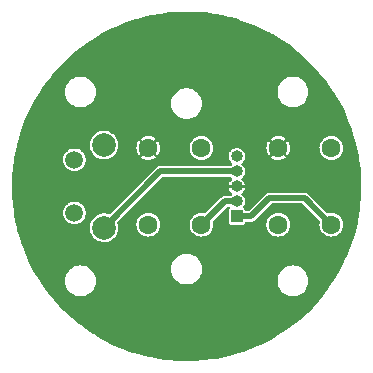
<source format=gbr>
%TF.GenerationSoftware,KiCad,Pcbnew,6.0.11-2627ca5db0~126~ubuntu22.04.1*%
%TF.CreationDate,2024-02-04T10:42:42-08:00*%
%TF.ProjectId,stick-switch,73746963-6b2d-4737-9769-7463682e6b69,rev?*%
%TF.SameCoordinates,Original*%
%TF.FileFunction,Copper,L1,Top*%
%TF.FilePolarity,Positive*%
%FSLAX46Y46*%
G04 Gerber Fmt 4.6, Leading zero omitted, Abs format (unit mm)*
G04 Created by KiCad (PCBNEW 6.0.11-2627ca5db0~126~ubuntu22.04.1) date 2024-02-04 10:42:42*
%MOMM*%
%LPD*%
G01*
G04 APERTURE LIST*
%TA.AperFunction,ComponentPad*%
%ADD10C,1.600000*%
%TD*%
%TA.AperFunction,ComponentPad*%
%ADD11R,1.000000X1.000000*%
%TD*%
%TA.AperFunction,ComponentPad*%
%ADD12O,1.000000X1.000000*%
%TD*%
%TA.AperFunction,ComponentPad*%
%ADD13C,1.507998*%
%TD*%
%TA.AperFunction,ComponentPad*%
%ADD14C,2.008124*%
%TD*%
%TA.AperFunction,Conductor*%
%ADD15C,0.500000*%
%TD*%
G04 APERTURE END LIST*
D10*
%TO.P,SW_DN1,1,1*%
%TO.N,unconnected-(SW_DN1-Pad1)*%
X-3250000Y-3250000D03*
%TO.P,SW_DN1,2,2*%
%TO.N,/TRIM_COM*%
X-3250000Y3250000D03*
%TO.P,SW_DN1,3,3*%
%TO.N,/DN*%
X1250000Y-3250000D03*
%TO.P,SW_DN1,4,4*%
%TO.N,unconnected-(SW_DN1-Pad4)*%
X1250000Y3250000D03*
%TD*%
D11*
%TO.P,J1,1,Pin_1*%
%TO.N,/UP*%
X4250000Y-2540000D03*
D12*
%TO.P,J1,2,Pin_2*%
%TO.N,/DN*%
X4250000Y-1270000D03*
%TO.P,J1,3,Pin_3*%
%TO.N,/TRIM_COM*%
X4250000Y0D03*
%TO.P,J1,4,Pin_4*%
%TO.N,/PTT*%
X4250000Y1270000D03*
%TO.P,J1,5,Pin_5*%
%TO.N,/PTT_COM*%
X4250000Y2540000D03*
%TD*%
D13*
%TO.P,SW_PTT1,1,1*%
%TO.N,/PTT_COM*%
X-9500000Y2250000D03*
%TO.P,SW_PTT1,2,2*%
%TO.N,unconnected-(SW_PTT1-Pad2)*%
X-9500000Y-2250001D03*
D14*
%TO.P,SW_PTT1,3,3*%
%TO.N,unconnected-(SW_PTT1-Pad3)*%
X-7000000Y3499999D03*
%TO.P,SW_PTT1,4,4*%
%TO.N,/PTT*%
X-7000000Y-3500000D03*
%TD*%
D10*
%TO.P,SW_UP1,1,1*%
%TO.N,unconnected-(SW_UP1-Pad1)*%
X7750000Y-3250000D03*
%TO.P,SW_UP1,2,2*%
%TO.N,/TRIM_COM*%
X7750000Y3250000D03*
%TO.P,SW_UP1,3,3*%
%TO.N,/UP*%
X12250000Y-3250000D03*
%TO.P,SW_UP1,4,4*%
%TO.N,unconnected-(SW_UP1-Pad4)*%
X12250000Y3250000D03*
%TD*%
D15*
%TO.N,/UP*%
X10000000Y-1000000D02*
X12250000Y-3250000D01*
X4250000Y-2540000D02*
X5460000Y-2540000D01*
X5460000Y-2540000D02*
X7000000Y-1000000D01*
X7000000Y-1000000D02*
X10000000Y-1000000D01*
%TO.N,/DN*%
X4250000Y-1270000D02*
X3230000Y-1270000D01*
X3230000Y-1270000D02*
X1250000Y-3250000D01*
%TO.N,/PTT*%
X4250000Y1270000D02*
X-2230000Y1270000D01*
X-2230000Y1270000D02*
X-7000000Y-3500000D01*
%TD*%
%TA.AperFunction,Conductor*%
%TO.N,/TRIM_COM*%
G36*
X28340Y14799409D02*
G01*
X348397Y14790749D01*
X772041Y14779286D01*
X777036Y14779024D01*
X1518799Y14721297D01*
X1523742Y14720786D01*
X2028493Y14655679D01*
X2261639Y14625605D01*
X2266590Y14624838D01*
X2582263Y14567755D01*
X2998694Y14492452D01*
X3003575Y14491442D01*
X3547076Y14364465D01*
X3728064Y14322181D01*
X3732912Y14320918D01*
X4399404Y14129175D01*
X4447890Y14115226D01*
X4452669Y14113719D01*
X5156314Y13872121D01*
X5161010Y13870375D01*
X5851559Y13593476D01*
X5856160Y13591494D01*
X6531799Y13280020D01*
X6536267Y13277822D01*
X7147499Y12957598D01*
X7195304Y12932553D01*
X7199680Y12930117D01*
X7305588Y12867608D01*
X7840381Y12551962D01*
X7844630Y12549307D01*
X8465376Y12139223D01*
X8469485Y12136357D01*
X8634752Y12014734D01*
X9068717Y11695371D01*
X9072644Y11692326D01*
X9431260Y11399324D01*
X9648792Y11221592D01*
X9652590Y11218325D01*
X10204157Y10719071D01*
X10207786Y10715616D01*
X10733412Y10189073D01*
X10736860Y10185438D01*
X11235161Y9632989D01*
X11238420Y9629187D01*
X11678123Y9089097D01*
X11708128Y9052241D01*
X11711191Y9048279D01*
X12149563Y8450415D01*
X12151126Y8448283D01*
X12153979Y8444177D01*
X12562984Y7822707D01*
X12565608Y7818493D01*
X12800946Y7418170D01*
X12942664Y7177100D01*
X12945093Y7172718D01*
X13289204Y6513094D01*
X13291408Y6508594D01*
X13585554Y5867602D01*
X13601696Y5832425D01*
X13603667Y5827827D01*
X13861919Y5180514D01*
X13879360Y5136798D01*
X13881096Y5132105D01*
X14111696Y4456657D01*
X14121466Y4428039D01*
X14122963Y4423266D01*
X14192998Y4178216D01*
X14327415Y3707898D01*
X14328669Y3703047D01*
X14435972Y3240112D01*
X14484937Y3028865D01*
X14496656Y2978304D01*
X14497663Y2973401D01*
X14572871Y2553310D01*
X14628776Y2241037D01*
X14629533Y2236085D01*
X14723419Y1498082D01*
X14723926Y1493097D01*
X14728093Y1438320D01*
X14778985Y769293D01*
X14780358Y751239D01*
X14780610Y746248D01*
X14796969Y100000D01*
X14799464Y1422D01*
X14799495Y-1429D01*
X14799144Y-101894D01*
X14799093Y-104744D01*
X14775041Y-849406D01*
X14774753Y-854408D01*
X14763234Y-993036D01*
X14715202Y-1571086D01*
X14713145Y-1595837D01*
X14712606Y-1600804D01*
X14650430Y-2063708D01*
X14613563Y-2338188D01*
X14612770Y-2343135D01*
X14476556Y-3074511D01*
X14475515Y-3079412D01*
X14317192Y-3741423D01*
X14304475Y-3794601D01*
X14302463Y-3803012D01*
X14301175Y-3807851D01*
X14140541Y-4355403D01*
X14091747Y-4521725D01*
X14090217Y-4526491D01*
X13846102Y-5225532D01*
X13844931Y-5228884D01*
X13843160Y-5233571D01*
X13562653Y-5922649D01*
X13560651Y-5927232D01*
X13525236Y-6003007D01*
X13245639Y-6601241D01*
X13243403Y-6605724D01*
X12894708Y-7262908D01*
X12892249Y-7267273D01*
X12510737Y-7905998D01*
X12508059Y-7910234D01*
X12094728Y-8528826D01*
X12091840Y-8532920D01*
X12002696Y-8652734D01*
X11738865Y-9007337D01*
X11647740Y-9129813D01*
X11644654Y-9133748D01*
X11507106Y-9300311D01*
X11170926Y-9707406D01*
X11167639Y-9711188D01*
X10665487Y-10260151D01*
X10662013Y-10263761D01*
X10237233Y-10683384D01*
X10132734Y-10786614D01*
X10129081Y-10790044D01*
X9574029Y-11285446D01*
X9570208Y-11288686D01*
X8990811Y-11755367D01*
X8986831Y-11758410D01*
X8384560Y-12195183D01*
X8380431Y-12198021D01*
X7756834Y-12603763D01*
X7752566Y-12606389D01*
X7109240Y-12980063D01*
X7104846Y-12982469D01*
X6443420Y-13323126D01*
X6438909Y-13325306D01*
X5761125Y-13632049D01*
X5756514Y-13633997D01*
X5064053Y-13906067D01*
X5059372Y-13907771D01*
X4763303Y-14007122D01*
X4354021Y-14144463D01*
X4349232Y-14145936D01*
X3632840Y-14346630D01*
X3627982Y-14347859D01*
X2902348Y-14512054D01*
X2897448Y-14513034D01*
X2482613Y-14585061D01*
X2164426Y-14640307D01*
X2159469Y-14641039D01*
X1420953Y-14731063D01*
X1415966Y-14731543D01*
X673844Y-14784088D01*
X668839Y-14784315D01*
X287481Y-14791971D01*
X-74995Y-14799247D01*
X-79975Y-14799221D01*
X-467306Y-14787387D01*
X-823631Y-14776500D01*
X-828634Y-14776220D01*
X-1380098Y-14731366D01*
X-1570156Y-14715907D01*
X-1575125Y-14715377D01*
X-1780837Y-14688112D01*
X-2312674Y-14617622D01*
X-2317622Y-14616838D01*
X-3049250Y-14481899D01*
X-3054153Y-14480866D01*
X-3614628Y-14347859D01*
X-3778039Y-14309080D01*
X-3782872Y-14307803D01*
X-4497147Y-14099611D01*
X-4501880Y-14098101D01*
X-5054891Y-13906062D01*
X-5204715Y-13854034D01*
X-5209405Y-13852271D01*
X-5610445Y-13689834D01*
X-5898982Y-13572965D01*
X-5903543Y-13570981D01*
X-6457236Y-13313377D01*
X-6578108Y-13257142D01*
X-6582596Y-13254914D01*
X-6766433Y-13157783D01*
X-7240412Y-12907353D01*
X-7244773Y-12904906D01*
X-7884147Y-12524518D01*
X-7888387Y-12521848D01*
X-8507706Y-12109594D01*
X-8511805Y-12106713D01*
X-8983636Y-11756939D01*
X-9109470Y-11663656D01*
X-9113411Y-11660578D01*
X-9687921Y-11187830D01*
X-9691684Y-11184569D01*
X-10241523Y-10683376D01*
X-10245131Y-10679917D01*
X-10380313Y-10543550D01*
X-10768916Y-10151542D01*
X-10772343Y-10147905D01*
X-11268712Y-9593718D01*
X-11271959Y-9589903D01*
X-11739659Y-9011312D01*
X-11742709Y-9007337D01*
X-12180538Y-8405822D01*
X-12183383Y-8401697D01*
X-12445745Y-8000000D01*
X-10305468Y-8000000D01*
X-10285635Y-8226692D01*
X-10226739Y-8446496D01*
X-10130568Y-8652734D01*
X-10000047Y-8839139D01*
X-9839139Y-9000047D01*
X-9835601Y-9002524D01*
X-9835599Y-9002526D01*
X-9823051Y-9011312D01*
X-9652734Y-9130568D01*
X-9446496Y-9226739D01*
X-9357437Y-9250602D01*
X-9230869Y-9284516D01*
X-9230867Y-9284516D01*
X-9226692Y-9285635D01*
X-9182205Y-9289527D01*
X-9058950Y-9300311D01*
X-9058939Y-9300311D01*
X-9056784Y-9300500D01*
X-8943216Y-9300500D01*
X-8941061Y-9300311D01*
X-8941050Y-9300311D01*
X-8817795Y-9289527D01*
X-8773308Y-9285635D01*
X-8769133Y-9284516D01*
X-8769131Y-9284516D01*
X-8642563Y-9250602D01*
X-8553504Y-9226739D01*
X-8347266Y-9130568D01*
X-8176949Y-9011312D01*
X-8164401Y-9002526D01*
X-8164399Y-9002524D01*
X-8160861Y-9000047D01*
X-7999953Y-8839139D01*
X-7869432Y-8652734D01*
X-7773261Y-8446496D01*
X-7714365Y-8226692D01*
X-7694532Y-8000000D01*
X-7714365Y-7773308D01*
X-7773261Y-7553504D01*
X-7869432Y-7347266D01*
X-7925443Y-7267273D01*
X-7997474Y-7164401D01*
X-7997476Y-7164399D01*
X-7999953Y-7160861D01*
X-8160814Y-7000000D01*
X-1305468Y-7000000D01*
X-1285635Y-7226692D01*
X-1284516Y-7230867D01*
X-1284516Y-7230869D01*
X-1259207Y-7325325D01*
X-1226739Y-7446496D01*
X-1130568Y-7652734D01*
X-1128087Y-7656277D01*
X-1128086Y-7656279D01*
X-1043123Y-7777619D01*
X-1000047Y-7839139D01*
X-839139Y-8000047D01*
X-835601Y-8002524D01*
X-835599Y-8002526D01*
X-660519Y-8125117D01*
X-652734Y-8130568D01*
X-446496Y-8226739D01*
X-357437Y-8250602D01*
X-230869Y-8284516D01*
X-230867Y-8284516D01*
X-226692Y-8285635D01*
X-182205Y-8289527D01*
X-58950Y-8300311D01*
X-58939Y-8300311D01*
X-56784Y-8300500D01*
X56784Y-8300500D01*
X58939Y-8300311D01*
X58950Y-8300311D01*
X182205Y-8289527D01*
X226692Y-8285635D01*
X230867Y-8284516D01*
X230869Y-8284516D01*
X357437Y-8250602D01*
X446496Y-8226739D01*
X652734Y-8130568D01*
X660519Y-8125117D01*
X835599Y-8002526D01*
X835601Y-8002524D01*
X839139Y-8000047D01*
X839186Y-8000000D01*
X7694532Y-8000000D01*
X7714365Y-8226692D01*
X7773261Y-8446496D01*
X7869432Y-8652734D01*
X7999953Y-8839139D01*
X8160861Y-9000047D01*
X8164399Y-9002524D01*
X8164401Y-9002526D01*
X8176949Y-9011312D01*
X8347266Y-9130568D01*
X8553504Y-9226739D01*
X8642563Y-9250602D01*
X8769131Y-9284516D01*
X8769133Y-9284516D01*
X8773308Y-9285635D01*
X8817795Y-9289527D01*
X8941050Y-9300311D01*
X8941061Y-9300311D01*
X8943216Y-9300500D01*
X9056784Y-9300500D01*
X9058939Y-9300311D01*
X9058950Y-9300311D01*
X9182205Y-9289527D01*
X9226692Y-9285635D01*
X9230867Y-9284516D01*
X9230869Y-9284516D01*
X9357437Y-9250602D01*
X9446496Y-9226739D01*
X9652734Y-9130568D01*
X9823051Y-9011312D01*
X9835599Y-9002526D01*
X9835601Y-9002524D01*
X9839139Y-9000047D01*
X10000047Y-8839139D01*
X10130568Y-8652734D01*
X10226739Y-8446496D01*
X10285635Y-8226692D01*
X10305468Y-8000000D01*
X10285635Y-7773308D01*
X10226739Y-7553504D01*
X10130568Y-7347266D01*
X10074557Y-7267273D01*
X10002526Y-7164401D01*
X10002524Y-7164399D01*
X10000047Y-7160861D01*
X9839139Y-6999953D01*
X9833053Y-6995691D01*
X9656279Y-6871914D01*
X9656277Y-6871913D01*
X9652734Y-6869432D01*
X9446496Y-6773261D01*
X9357437Y-6749398D01*
X9230869Y-6715484D01*
X9230867Y-6715484D01*
X9226692Y-6714365D01*
X9182205Y-6710473D01*
X9058950Y-6699689D01*
X9058939Y-6699689D01*
X9056784Y-6699500D01*
X8943216Y-6699500D01*
X8941061Y-6699689D01*
X8941050Y-6699689D01*
X8817795Y-6710473D01*
X8773308Y-6714365D01*
X8769133Y-6715484D01*
X8769131Y-6715484D01*
X8642563Y-6749398D01*
X8553504Y-6773261D01*
X8347266Y-6869432D01*
X8343723Y-6871913D01*
X8343721Y-6871914D01*
X8166948Y-6995691D01*
X8160861Y-6999953D01*
X7999953Y-7160861D01*
X7997476Y-7164399D01*
X7997474Y-7164401D01*
X7925443Y-7267273D01*
X7869432Y-7347266D01*
X7773261Y-7553504D01*
X7714365Y-7773308D01*
X7694532Y-8000000D01*
X839186Y-8000000D01*
X1000047Y-7839139D01*
X1043124Y-7777619D01*
X1128086Y-7656279D01*
X1128087Y-7656277D01*
X1130568Y-7652734D01*
X1226739Y-7446496D01*
X1259207Y-7325325D01*
X1284516Y-7230869D01*
X1284516Y-7230867D01*
X1285635Y-7226692D01*
X1305468Y-7000000D01*
X1285635Y-6773308D01*
X1226739Y-6553504D01*
X1130568Y-6347266D01*
X1000047Y-6160861D01*
X839139Y-5999953D01*
X732046Y-5924966D01*
X656279Y-5871914D01*
X656277Y-5871913D01*
X652734Y-5869432D01*
X446496Y-5773261D01*
X357437Y-5749398D01*
X230869Y-5715484D01*
X230867Y-5715484D01*
X226692Y-5714365D01*
X182205Y-5710473D01*
X58950Y-5699689D01*
X58939Y-5699689D01*
X56784Y-5699500D01*
X-56784Y-5699500D01*
X-58939Y-5699689D01*
X-58950Y-5699689D01*
X-182205Y-5710473D01*
X-226692Y-5714365D01*
X-230867Y-5715484D01*
X-230869Y-5715484D01*
X-357437Y-5749398D01*
X-446496Y-5773261D01*
X-652734Y-5869432D01*
X-656277Y-5871913D01*
X-656279Y-5871914D01*
X-732045Y-5924966D01*
X-839139Y-5999953D01*
X-1000047Y-6160861D01*
X-1130568Y-6347266D01*
X-1226739Y-6553504D01*
X-1285635Y-6773308D01*
X-1305468Y-7000000D01*
X-8160814Y-7000000D01*
X-8160861Y-6999953D01*
X-8166947Y-6995691D01*
X-8343721Y-6871914D01*
X-8343723Y-6871913D01*
X-8347266Y-6869432D01*
X-8553504Y-6773261D01*
X-8642563Y-6749398D01*
X-8769131Y-6715484D01*
X-8769133Y-6715484D01*
X-8773308Y-6714365D01*
X-8817795Y-6710473D01*
X-8941050Y-6699689D01*
X-8941061Y-6699689D01*
X-8943216Y-6699500D01*
X-9056784Y-6699500D01*
X-9058939Y-6699689D01*
X-9058950Y-6699689D01*
X-9182205Y-6710473D01*
X-9226692Y-6714365D01*
X-9230867Y-6715484D01*
X-9230869Y-6715484D01*
X-9357437Y-6749398D01*
X-9446496Y-6773261D01*
X-9652734Y-6869432D01*
X-9656277Y-6871913D01*
X-9656279Y-6871914D01*
X-9833052Y-6995691D01*
X-9839139Y-6999953D01*
X-10000047Y-7160861D01*
X-10002524Y-7164399D01*
X-10002526Y-7164401D01*
X-10074557Y-7267273D01*
X-10130568Y-7347266D01*
X-10226739Y-7553504D01*
X-10285635Y-7773308D01*
X-10305468Y-8000000D01*
X-12445745Y-8000000D01*
X-12590202Y-7778826D01*
X-12592835Y-7774564D01*
X-12967647Y-7131863D01*
X-12970060Y-7127472D01*
X-13311849Y-6466682D01*
X-13314038Y-6462175D01*
X-13621972Y-5784912D01*
X-13623930Y-5780300D01*
X-13897210Y-5088309D01*
X-13898931Y-5083604D01*
X-14028552Y-4699551D01*
X-14136841Y-4378704D01*
X-14138320Y-4373928D01*
X-14143544Y-4355403D01*
X-14269742Y-3907940D01*
X-14340265Y-3657883D01*
X-14341503Y-3653028D01*
X-14383634Y-3468333D01*
X-8209307Y-3468333D01*
X-8209010Y-3472861D01*
X-8196540Y-3663115D01*
X-8194828Y-3689242D01*
X-8193712Y-3693635D01*
X-8193712Y-3693637D01*
X-8158273Y-3833177D01*
X-8140334Y-3903814D01*
X-8047650Y-4104861D01*
X-7919880Y-4285652D01*
X-7761303Y-4440131D01*
X-7757528Y-4442653D01*
X-7757526Y-4442655D01*
X-7672923Y-4499184D01*
X-7577229Y-4563124D01*
X-7573062Y-4564914D01*
X-7573057Y-4564917D01*
X-7479444Y-4605136D01*
X-7373825Y-4650514D01*
X-7295768Y-4668177D01*
X-7162326Y-4698372D01*
X-7162321Y-4698373D01*
X-7157900Y-4699373D01*
X-7047294Y-4703719D01*
X-6941221Y-4707886D01*
X-6941220Y-4707886D01*
X-6936688Y-4708064D01*
X-6717596Y-4676297D01*
X-6713297Y-4674838D01*
X-6713294Y-4674837D01*
X-6512263Y-4606596D01*
X-6507962Y-4605136D01*
X-6314806Y-4496964D01*
X-6144597Y-4355403D01*
X-6003036Y-4185194D01*
X-5894864Y-3992038D01*
X-5878751Y-3944572D01*
X-5825163Y-3786706D01*
X-5825162Y-3786703D01*
X-5823703Y-3782404D01*
X-5805297Y-3655462D01*
X-5792356Y-3566212D01*
X-5792355Y-3566204D01*
X-5791936Y-3563312D01*
X-5790278Y-3500000D01*
X-5792361Y-3477323D01*
X-5810120Y-3284066D01*
X-5810535Y-3279546D01*
X-5818086Y-3252770D01*
X-5822826Y-3235963D01*
X-4255243Y-3235963D01*
X-4238825Y-3431483D01*
X-4237492Y-3436131D01*
X-4237492Y-3436132D01*
X-4201023Y-3563312D01*
X-4184742Y-3620091D01*
X-4182527Y-3624401D01*
X-4097269Y-3790296D01*
X-4097266Y-3790300D01*
X-4095056Y-3794601D01*
X-3973182Y-3948369D01*
X-3969495Y-3951507D01*
X-3969493Y-3951509D01*
X-3827450Y-4072397D01*
X-3827445Y-4072400D01*
X-3823762Y-4075535D01*
X-3819540Y-4077895D01*
X-3819535Y-4077898D01*
X-3764662Y-4108565D01*
X-3652487Y-4171257D01*
X-3598840Y-4188688D01*
X-3470487Y-4230393D01*
X-3470484Y-4230394D01*
X-3465882Y-4231889D01*
X-3271054Y-4255121D01*
X-3266232Y-4254750D01*
X-3266229Y-4254750D01*
X-3080252Y-4240440D01*
X-3080247Y-4240439D01*
X-3075424Y-4240068D01*
X-2886444Y-4187303D01*
X-2882131Y-4185124D01*
X-2882125Y-4185122D01*
X-2715632Y-4101020D01*
X-2715630Y-4101018D01*
X-2711311Y-4098837D01*
X-2684510Y-4077898D01*
X-2560513Y-3981022D01*
X-2560509Y-3981018D01*
X-2556697Y-3978040D01*
X-2531085Y-3948369D01*
X-2431655Y-3833177D01*
X-2431653Y-3833175D01*
X-2428491Y-3829511D01*
X-2413437Y-3803012D01*
X-2333964Y-3663115D01*
X-2333963Y-3663112D01*
X-2331575Y-3658909D01*
X-2329618Y-3653028D01*
X-2271169Y-3477323D01*
X-2271169Y-3477321D01*
X-2269642Y-3472732D01*
X-2245051Y-3278071D01*
X-2245010Y-3275177D01*
X-2244698Y-3252770D01*
X-2244659Y-3250000D01*
X-2245562Y-3240783D01*
X-2246035Y-3235963D01*
X244757Y-3235963D01*
X261175Y-3431483D01*
X262508Y-3436131D01*
X262508Y-3436132D01*
X298977Y-3563312D01*
X315258Y-3620091D01*
X317473Y-3624401D01*
X402731Y-3790296D01*
X402734Y-3790300D01*
X404944Y-3794601D01*
X526818Y-3948369D01*
X530505Y-3951507D01*
X530507Y-3951509D01*
X672550Y-4072397D01*
X672555Y-4072400D01*
X676238Y-4075535D01*
X680460Y-4077895D01*
X680465Y-4077898D01*
X735338Y-4108565D01*
X847513Y-4171257D01*
X901160Y-4188688D01*
X1029513Y-4230393D01*
X1029516Y-4230394D01*
X1034118Y-4231889D01*
X1228946Y-4255121D01*
X1233768Y-4254750D01*
X1233771Y-4254750D01*
X1419748Y-4240440D01*
X1419753Y-4240439D01*
X1424576Y-4240068D01*
X1613556Y-4187303D01*
X1617869Y-4185124D01*
X1617875Y-4185122D01*
X1784368Y-4101020D01*
X1784370Y-4101018D01*
X1788689Y-4098837D01*
X1815490Y-4077898D01*
X1939487Y-3981022D01*
X1939491Y-3981018D01*
X1943303Y-3978040D01*
X1968915Y-3948369D01*
X2068345Y-3833177D01*
X2068347Y-3833175D01*
X2071509Y-3829511D01*
X2086563Y-3803012D01*
X2166036Y-3663115D01*
X2166037Y-3663112D01*
X2168425Y-3658909D01*
X2170382Y-3653028D01*
X2228831Y-3477323D01*
X2228831Y-3477321D01*
X2230358Y-3472732D01*
X2254949Y-3278071D01*
X2254990Y-3275177D01*
X2255302Y-3252770D01*
X2255341Y-3250000D01*
X2254438Y-3240783D01*
X2238614Y-3079412D01*
X2236194Y-3054728D01*
X2234796Y-3050098D01*
X2234795Y-3050091D01*
X2217649Y-2993303D01*
X2218930Y-2932131D01*
X2242419Y-2894684D01*
X3387607Y-1749496D01*
X3442124Y-1721719D01*
X3457611Y-1720500D01*
X3544079Y-1720500D01*
X3602270Y-1739407D01*
X3638234Y-1788907D01*
X3638234Y-1850093D01*
X3614083Y-1889504D01*
X3613558Y-1890029D01*
X3605448Y-1895448D01*
X3561133Y-1961769D01*
X3549500Y-2020252D01*
X3549500Y-3059748D01*
X3561133Y-3118231D01*
X3605448Y-3184552D01*
X3671769Y-3228867D01*
X3681332Y-3230769D01*
X3681334Y-3230770D01*
X3704005Y-3235279D01*
X3730252Y-3240500D01*
X4769748Y-3240500D01*
X4792556Y-3235963D01*
X6744757Y-3235963D01*
X6761175Y-3431483D01*
X6762508Y-3436131D01*
X6762508Y-3436132D01*
X6798977Y-3563312D01*
X6815258Y-3620091D01*
X6817473Y-3624401D01*
X6902731Y-3790296D01*
X6902734Y-3790300D01*
X6904944Y-3794601D01*
X7026818Y-3948369D01*
X7030505Y-3951507D01*
X7030507Y-3951509D01*
X7172550Y-4072397D01*
X7172555Y-4072400D01*
X7176238Y-4075535D01*
X7180460Y-4077895D01*
X7180465Y-4077898D01*
X7235338Y-4108565D01*
X7347513Y-4171257D01*
X7401160Y-4188688D01*
X7529513Y-4230393D01*
X7529516Y-4230394D01*
X7534118Y-4231889D01*
X7728946Y-4255121D01*
X7733768Y-4254750D01*
X7733771Y-4254750D01*
X7919748Y-4240440D01*
X7919753Y-4240439D01*
X7924576Y-4240068D01*
X8113556Y-4187303D01*
X8117869Y-4185124D01*
X8117875Y-4185122D01*
X8284368Y-4101020D01*
X8284370Y-4101018D01*
X8288689Y-4098837D01*
X8315490Y-4077898D01*
X8439487Y-3981022D01*
X8439491Y-3981018D01*
X8443303Y-3978040D01*
X8468915Y-3948369D01*
X8568345Y-3833177D01*
X8568347Y-3833175D01*
X8571509Y-3829511D01*
X8586563Y-3803012D01*
X8666036Y-3663115D01*
X8666037Y-3663112D01*
X8668425Y-3658909D01*
X8670382Y-3653028D01*
X8728831Y-3477323D01*
X8728831Y-3477321D01*
X8730358Y-3472732D01*
X8754949Y-3278071D01*
X8754990Y-3275177D01*
X8755302Y-3252770D01*
X8755341Y-3250000D01*
X8754438Y-3240783D01*
X8738614Y-3079412D01*
X8736194Y-3054728D01*
X8679484Y-2866894D01*
X8587370Y-2693653D01*
X8565863Y-2667282D01*
X8466422Y-2545355D01*
X8466421Y-2545354D01*
X8463361Y-2541602D01*
X8312180Y-2416535D01*
X8206869Y-2359594D01*
X8143839Y-2325513D01*
X8143838Y-2325513D01*
X8139585Y-2323213D01*
X7952152Y-2265193D01*
X7947342Y-2264687D01*
X7947340Y-2264687D01*
X7761835Y-2245189D01*
X7761833Y-2245189D01*
X7757019Y-2244683D01*
X7692891Y-2250519D01*
X7566438Y-2262027D01*
X7566435Y-2262028D01*
X7561618Y-2262466D01*
X7556976Y-2263832D01*
X7556972Y-2263833D01*
X7378040Y-2316496D01*
X7378037Y-2316497D01*
X7373393Y-2317864D01*
X7199512Y-2408767D01*
X7195743Y-2411797D01*
X7195742Y-2411798D01*
X7175853Y-2427789D01*
X7046600Y-2531711D01*
X7020186Y-2563190D01*
X6923589Y-2678310D01*
X6923586Y-2678314D01*
X6920480Y-2682016D01*
X6825956Y-2853954D01*
X6824492Y-2858568D01*
X6824491Y-2858571D01*
X6774754Y-3015362D01*
X6766628Y-3040978D01*
X6766088Y-3045790D01*
X6766088Y-3045791D01*
X6746161Y-3223448D01*
X6744757Y-3235963D01*
X4792556Y-3235963D01*
X4795995Y-3235279D01*
X4818666Y-3230770D01*
X4818668Y-3230769D01*
X4828231Y-3228867D01*
X4894552Y-3184552D01*
X4938867Y-3118231D01*
X4947564Y-3074511D01*
X4948424Y-3070186D01*
X4978321Y-3016802D01*
X5033886Y-2991186D01*
X5045522Y-2990500D01*
X5427373Y-2990500D01*
X5439009Y-2991186D01*
X5474310Y-2995364D01*
X5481586Y-2994035D01*
X5481589Y-2994035D01*
X5512288Y-2988428D01*
X5532430Y-2984749D01*
X5535476Y-2984242D01*
X5593962Y-2975449D01*
X5600475Y-2972321D01*
X5607573Y-2971025D01*
X5659982Y-2943801D01*
X5662762Y-2942412D01*
X5709408Y-2920013D01*
X5709411Y-2920011D01*
X5716079Y-2916809D01*
X5720521Y-2912703D01*
X5722781Y-2911180D01*
X5727788Y-2908579D01*
X5732828Y-2904275D01*
X5770460Y-2866643D01*
X5773263Y-2863949D01*
X5810124Y-2829876D01*
X5810126Y-2829873D01*
X5815556Y-2824854D01*
X5819078Y-2818790D01*
X5825638Y-2811465D01*
X7157607Y-1479496D01*
X7212124Y-1451719D01*
X7227611Y-1450500D01*
X9772389Y-1450500D01*
X9830580Y-1469407D01*
X9842393Y-1479496D01*
X11257118Y-2894222D01*
X11284895Y-2948739D01*
X11281480Y-2994157D01*
X11266628Y-3040978D01*
X11262589Y-3076989D01*
X11246161Y-3223448D01*
X11244757Y-3235963D01*
X11261175Y-3431483D01*
X11262508Y-3436131D01*
X11262508Y-3436132D01*
X11298977Y-3563312D01*
X11315258Y-3620091D01*
X11317473Y-3624401D01*
X11402731Y-3790296D01*
X11402734Y-3790300D01*
X11404944Y-3794601D01*
X11526818Y-3948369D01*
X11530505Y-3951507D01*
X11530507Y-3951509D01*
X11672550Y-4072397D01*
X11672555Y-4072400D01*
X11676238Y-4075535D01*
X11680460Y-4077895D01*
X11680465Y-4077898D01*
X11735338Y-4108565D01*
X11847513Y-4171257D01*
X11901160Y-4188688D01*
X12029513Y-4230393D01*
X12029516Y-4230394D01*
X12034118Y-4231889D01*
X12228946Y-4255121D01*
X12233768Y-4254750D01*
X12233771Y-4254750D01*
X12419748Y-4240440D01*
X12419753Y-4240439D01*
X12424576Y-4240068D01*
X12613556Y-4187303D01*
X12617869Y-4185124D01*
X12617875Y-4185122D01*
X12784368Y-4101020D01*
X12784370Y-4101018D01*
X12788689Y-4098837D01*
X12815490Y-4077898D01*
X12939487Y-3981022D01*
X12939491Y-3981018D01*
X12943303Y-3978040D01*
X12968915Y-3948369D01*
X13068345Y-3833177D01*
X13068347Y-3833175D01*
X13071509Y-3829511D01*
X13086563Y-3803012D01*
X13166036Y-3663115D01*
X13166037Y-3663112D01*
X13168425Y-3658909D01*
X13170382Y-3653028D01*
X13228831Y-3477323D01*
X13228831Y-3477321D01*
X13230358Y-3472732D01*
X13254949Y-3278071D01*
X13254990Y-3275177D01*
X13255302Y-3252770D01*
X13255341Y-3250000D01*
X13254438Y-3240783D01*
X13238614Y-3079412D01*
X13236194Y-3054728D01*
X13179484Y-2866894D01*
X13087370Y-2693653D01*
X13065863Y-2667282D01*
X12966422Y-2545355D01*
X12966421Y-2545354D01*
X12963361Y-2541602D01*
X12812180Y-2416535D01*
X12706869Y-2359594D01*
X12643839Y-2325513D01*
X12643838Y-2325513D01*
X12639585Y-2323213D01*
X12452152Y-2265193D01*
X12447342Y-2264687D01*
X12447340Y-2264687D01*
X12261835Y-2245189D01*
X12261833Y-2245189D01*
X12257019Y-2244683D01*
X12192891Y-2250519D01*
X12066438Y-2262027D01*
X12066435Y-2262028D01*
X12061618Y-2262466D01*
X12056974Y-2263833D01*
X12056973Y-2263833D01*
X12047487Y-2266625D01*
X11992809Y-2282718D01*
X11931648Y-2281010D01*
X11894853Y-2257750D01*
X11120905Y-1483801D01*
X10341618Y-704514D01*
X10333877Y-695802D01*
X10316453Y-673701D01*
X10311872Y-667890D01*
X10263251Y-634286D01*
X10260728Y-632483D01*
X10219139Y-601764D01*
X10219137Y-601763D01*
X10213184Y-597366D01*
X10206368Y-594973D01*
X10200431Y-590869D01*
X10193372Y-588636D01*
X10193371Y-588636D01*
X10173027Y-582202D01*
X10144071Y-573044D01*
X10141186Y-572082D01*
X10085369Y-552481D01*
X10079327Y-552244D01*
X10076653Y-551723D01*
X10071270Y-550020D01*
X10064663Y-549500D01*
X10011459Y-549500D01*
X10007572Y-549424D01*
X9957397Y-547452D01*
X9957394Y-547452D01*
X9950006Y-547162D01*
X9943228Y-548959D01*
X9933403Y-549500D01*
X7032627Y-549500D01*
X7020991Y-548814D01*
X7019454Y-548632D01*
X6985690Y-544636D01*
X6927567Y-555251D01*
X6924520Y-555758D01*
X6904968Y-558698D01*
X6873353Y-563451D01*
X6873352Y-563451D01*
X6866038Y-564551D01*
X6859528Y-567677D01*
X6852427Y-568974D01*
X6803714Y-594279D01*
X6799981Y-596218D01*
X6797203Y-597606D01*
X6743921Y-623191D01*
X6739480Y-627296D01*
X6737217Y-628821D01*
X6732212Y-631421D01*
X6727172Y-635725D01*
X6689540Y-673357D01*
X6686737Y-676051D01*
X6649876Y-710124D01*
X6649874Y-710127D01*
X6644444Y-715146D01*
X6640922Y-721210D01*
X6634362Y-728535D01*
X5302393Y-2060504D01*
X5247876Y-2088281D01*
X5232389Y-2089500D01*
X5045522Y-2089500D01*
X4987331Y-2070593D01*
X4951367Y-2021093D01*
X4948424Y-2009814D01*
X4940770Y-1971334D01*
X4940769Y-1971332D01*
X4938867Y-1961769D01*
X4894552Y-1895448D01*
X4828231Y-1851133D01*
X4829531Y-1849188D01*
X4793332Y-1818272D01*
X4779048Y-1758777D01*
X4797347Y-1708773D01*
X4864877Y-1614796D01*
X4864878Y-1614794D01*
X4868361Y-1609947D01*
X4874034Y-1595837D01*
X4929377Y-1458167D01*
X4929378Y-1458165D01*
X4931601Y-1452634D01*
X4932442Y-1446727D01*
X4955034Y-1287985D01*
X4955034Y-1287979D01*
X4955490Y-1284778D01*
X4955645Y-1270000D01*
X4935276Y-1101680D01*
X4875345Y-943077D01*
X4844428Y-898092D01*
X4782692Y-808267D01*
X4779312Y-803349D01*
X4672177Y-707894D01*
X4641307Y-655068D01*
X4647384Y-594185D01*
X4673739Y-558698D01*
X4764517Y-481165D01*
X4772533Y-472448D01*
X4864436Y-344553D01*
X4870147Y-334165D01*
X4928890Y-188037D01*
X4931955Y-176597D01*
X4940647Y-115524D01*
X4938353Y-102383D01*
X4937265Y-101328D01*
X4931534Y-100000D01*
X3572433Y-100000D01*
X3559748Y-104122D01*
X3558365Y-106024D01*
X3557909Y-110475D01*
X3562835Y-155086D01*
X3565542Y-166627D01*
X3619663Y-314521D01*
X3625044Y-325081D01*
X3712884Y-455801D01*
X3720627Y-464772D01*
X3827751Y-562247D01*
X3858066Y-615394D01*
X3851352Y-676210D01*
X3826203Y-710073D01*
X3728731Y-795103D01*
X3672451Y-819108D01*
X3663651Y-819500D01*
X3262627Y-819500D01*
X3250991Y-818814D01*
X3249454Y-818632D01*
X3215690Y-814636D01*
X3157567Y-825251D01*
X3154520Y-825758D01*
X3131128Y-829275D01*
X3103353Y-833451D01*
X3103352Y-833451D01*
X3096038Y-834551D01*
X3089528Y-837677D01*
X3082427Y-838974D01*
X3048811Y-856435D01*
X3030005Y-866204D01*
X3027227Y-867592D01*
X2980600Y-889983D01*
X2980596Y-889985D01*
X2973921Y-893191D01*
X2969483Y-897294D01*
X2967220Y-898819D01*
X2962212Y-901420D01*
X2957172Y-905725D01*
X2919540Y-943357D01*
X2916737Y-946051D01*
X2879876Y-980124D01*
X2879874Y-980127D01*
X2874444Y-985146D01*
X2870922Y-991210D01*
X2864362Y-998535D01*
X1605528Y-2257369D01*
X1551011Y-2285146D01*
X1506250Y-2281938D01*
X1456778Y-2266625D01*
X1452152Y-2265193D01*
X1447342Y-2264687D01*
X1447340Y-2264687D01*
X1261835Y-2245189D01*
X1261833Y-2245189D01*
X1257019Y-2244683D01*
X1192891Y-2250519D01*
X1066438Y-2262027D01*
X1066435Y-2262028D01*
X1061618Y-2262466D01*
X1056976Y-2263832D01*
X1056972Y-2263833D01*
X878040Y-2316496D01*
X878037Y-2316497D01*
X873393Y-2317864D01*
X699512Y-2408767D01*
X695743Y-2411797D01*
X695742Y-2411798D01*
X675853Y-2427789D01*
X546600Y-2531711D01*
X520186Y-2563190D01*
X423589Y-2678310D01*
X423586Y-2678314D01*
X420480Y-2682016D01*
X325956Y-2853954D01*
X324492Y-2858568D01*
X324491Y-2858571D01*
X274754Y-3015362D01*
X266628Y-3040978D01*
X266088Y-3045790D01*
X266088Y-3045791D01*
X246161Y-3223448D01*
X244757Y-3235963D01*
X-2246035Y-3235963D01*
X-2261386Y-3079412D01*
X-2263806Y-3054728D01*
X-2320516Y-2866894D01*
X-2412630Y-2693653D01*
X-2434137Y-2667282D01*
X-2533578Y-2545355D01*
X-2533579Y-2545354D01*
X-2536639Y-2541602D01*
X-2687820Y-2416535D01*
X-2793131Y-2359594D01*
X-2856161Y-2325513D01*
X-2856162Y-2325513D01*
X-2860415Y-2323213D01*
X-3047848Y-2265193D01*
X-3052658Y-2264687D01*
X-3052660Y-2264687D01*
X-3238165Y-2245189D01*
X-3238167Y-2245189D01*
X-3242981Y-2244683D01*
X-3307109Y-2250519D01*
X-3433562Y-2262027D01*
X-3433565Y-2262028D01*
X-3438382Y-2262466D01*
X-3443024Y-2263832D01*
X-3443028Y-2263833D01*
X-3621960Y-2316496D01*
X-3621963Y-2316497D01*
X-3626607Y-2317864D01*
X-3800488Y-2408767D01*
X-3804257Y-2411797D01*
X-3804258Y-2411798D01*
X-3824147Y-2427789D01*
X-3953400Y-2531711D01*
X-3979814Y-2563190D01*
X-4076411Y-2678310D01*
X-4076414Y-2678314D01*
X-4079520Y-2682016D01*
X-4174044Y-2853954D01*
X-4175508Y-2858568D01*
X-4175509Y-2858571D01*
X-4225246Y-3015362D01*
X-4233372Y-3040978D01*
X-4233912Y-3045790D01*
X-4233912Y-3045791D01*
X-4253839Y-3223448D01*
X-4255243Y-3235963D01*
X-5822826Y-3235963D01*
X-5830457Y-3208908D01*
X-5867800Y-3076498D01*
X-5865398Y-3015362D01*
X-5842521Y-2979624D01*
X-2072393Y790504D01*
X-2017876Y818281D01*
X-2002389Y819500D01*
X3665900Y819500D01*
X3724091Y800593D01*
X3732528Y793723D01*
X3827744Y707083D01*
X3858059Y653936D01*
X3851345Y593120D01*
X3826196Y559257D01*
X3730473Y475752D01*
X3722549Y466952D01*
X3631986Y338094D01*
X3626390Y327656D01*
X3569182Y180928D01*
X3566232Y169438D01*
X3559137Y115545D01*
X3561568Y102432D01*
X3562871Y101195D01*
X3568152Y100000D01*
X4927360Y100000D01*
X4940045Y104122D01*
X4941265Y105800D01*
X4941743Y110720D01*
X4935504Y162273D01*
X4932677Y173783D01*
X4877007Y321108D01*
X4871518Y331606D01*
X4782314Y461401D01*
X4774478Y470288D01*
X4672171Y561441D01*
X4641301Y614268D01*
X4647379Y675151D01*
X4673733Y710638D01*
X4764887Y788492D01*
X4769423Y792366D01*
X4772904Y797210D01*
X4864877Y925204D01*
X4864878Y925206D01*
X4868361Y930053D01*
X4931601Y1087366D01*
X4955490Y1255222D01*
X4955645Y1270000D01*
X4935276Y1438320D01*
X4875345Y1596923D01*
X4844428Y1641908D01*
X4782692Y1731733D01*
X4779312Y1736651D01*
X4672554Y1831770D01*
X4641684Y1884596D01*
X4647761Y1945479D01*
X4674117Y1980966D01*
X4764884Y2058488D01*
X4764890Y2058494D01*
X4769423Y2062366D01*
X4776498Y2072212D01*
X4864877Y2195204D01*
X4864878Y2195206D01*
X4868361Y2200053D01*
X4876568Y2220467D01*
X4929377Y2351833D01*
X4929378Y2351835D01*
X4931601Y2357366D01*
X4936938Y2394863D01*
X4948309Y2474759D01*
X7122010Y2474759D01*
X7122500Y2471660D01*
X7124436Y2469208D01*
X7172838Y2428015D01*
X7180752Y2422514D01*
X7343488Y2331565D01*
X7352316Y2327708D01*
X7529627Y2270096D01*
X7539027Y2268029D01*
X7724155Y2245954D01*
X7733781Y2245752D01*
X7919659Y2260055D01*
X7929153Y2261729D01*
X8108705Y2311861D01*
X8117702Y2315351D01*
X8284098Y2399403D01*
X8292233Y2404565D01*
X8370699Y2465870D01*
X8378158Y2476927D01*
X8378087Y2478955D01*
X8375391Y2483187D01*
X7761086Y3097493D01*
X7749203Y3103547D01*
X7744172Y3102751D01*
X7128064Y2486642D01*
X7122010Y2474759D01*
X4948309Y2474759D01*
X4955034Y2522015D01*
X4955034Y2522021D01*
X4955490Y2525222D01*
X4955645Y2540000D01*
X4943340Y2641686D01*
X4935993Y2702398D01*
X4935992Y2702401D01*
X4935276Y2708320D01*
X4875345Y2866923D01*
X4869383Y2875599D01*
X4782692Y3001733D01*
X4779312Y3006651D01*
X4652721Y3119440D01*
X4502881Y3198776D01*
X4399607Y3224717D01*
X4344231Y3238627D01*
X4344228Y3238627D01*
X4338441Y3240081D01*
X4252841Y3240529D01*
X4174861Y3240938D01*
X4174859Y3240938D01*
X4168895Y3240969D01*
X4163099Y3239577D01*
X4163095Y3239577D01*
X4071537Y3217595D01*
X4004032Y3201388D01*
X3928701Y3162507D01*
X3858675Y3126364D01*
X3858673Y3126362D01*
X3853369Y3123625D01*
X3725604Y3012169D01*
X3722173Y3007287D01*
X3722172Y3007286D01*
X3671554Y2935263D01*
X3628113Y2873453D01*
X3566524Y2715487D01*
X3544394Y2547389D01*
X3545049Y2541456D01*
X3545049Y2541452D01*
X3560778Y2398980D01*
X3562999Y2378865D01*
X3621266Y2219644D01*
X3624591Y2214695D01*
X3624592Y2214694D01*
X3637689Y2195204D01*
X3715830Y2078917D01*
X3827374Y1977420D01*
X3857687Y1924275D01*
X3850973Y1863459D01*
X3825824Y1829596D01*
X3728731Y1744897D01*
X3672451Y1720892D01*
X3663651Y1720500D01*
X-2197373Y1720500D01*
X-2209009Y1721186D01*
X-2210546Y1721368D01*
X-2244310Y1725364D01*
X-2302433Y1714749D01*
X-2305480Y1714242D01*
X-2328872Y1710725D01*
X-2356647Y1706549D01*
X-2356648Y1706549D01*
X-2363962Y1705449D01*
X-2370472Y1702323D01*
X-2377573Y1701026D01*
X-2392123Y1693468D01*
X-2429995Y1673796D01*
X-2432773Y1672408D01*
X-2479400Y1650017D01*
X-2479404Y1650015D01*
X-2486079Y1646809D01*
X-2490517Y1642706D01*
X-2492780Y1641181D01*
X-2497788Y1638580D01*
X-2502828Y1634275D01*
X-2540460Y1596643D01*
X-2543263Y1593949D01*
X-2580124Y1559876D01*
X-2580126Y1559873D01*
X-2585556Y1554854D01*
X-2589078Y1548790D01*
X-2595638Y1541465D01*
X-6482194Y-2345091D01*
X-6536711Y-2372868D01*
X-6588883Y-2367039D01*
X-6634318Y-2348913D01*
X-6656420Y-2340095D01*
X-6873550Y-2296905D01*
X-6984232Y-2295456D01*
X-7090375Y-2294066D01*
X-7090380Y-2294066D01*
X-7094914Y-2294007D01*
X-7099389Y-2294776D01*
X-7099390Y-2294776D01*
X-7116936Y-2297791D01*
X-7313099Y-2331498D01*
X-7520799Y-2408123D01*
X-7524698Y-2410442D01*
X-7524703Y-2410445D01*
X-7707151Y-2518990D01*
X-7711057Y-2521314D01*
X-7714472Y-2524309D01*
X-7714475Y-2524311D01*
X-7773271Y-2575875D01*
X-7877501Y-2667282D01*
X-8014558Y-2841138D01*
X-8016671Y-2845153D01*
X-8016671Y-2845154D01*
X-8106979Y-3016802D01*
X-8117637Y-3037059D01*
X-8121686Y-3050098D01*
X-8180895Y-3240783D01*
X-8183287Y-3248485D01*
X-8183821Y-3252995D01*
X-8183821Y-3252996D01*
X-8187114Y-3280824D01*
X-8209307Y-3468333D01*
X-14383634Y-3468333D01*
X-14506967Y-2927665D01*
X-14507957Y-2922753D01*
X-14609877Y-2341776D01*
X-14628326Y-2236610D01*
X-10459024Y-2236610D01*
X-10452316Y-2316496D01*
X-10444312Y-2411798D01*
X-10443360Y-2423140D01*
X-10391764Y-2603076D01*
X-10306202Y-2769563D01*
X-10189931Y-2916260D01*
X-10186251Y-2919392D01*
X-10186249Y-2919394D01*
X-10051069Y-3034441D01*
X-10051064Y-3034444D01*
X-10047381Y-3037579D01*
X-10043158Y-3039939D01*
X-10043154Y-3039942D01*
X-9972530Y-3079412D01*
X-9883982Y-3128900D01*
X-9879384Y-3130394D01*
X-9710561Y-3185248D01*
X-9710559Y-3185249D01*
X-9705956Y-3186744D01*
X-9520086Y-3208908D01*
X-9515264Y-3208537D01*
X-9515261Y-3208537D01*
X-9338279Y-3194919D01*
X-9338274Y-3194918D01*
X-9333451Y-3194547D01*
X-9153160Y-3144209D01*
X-9118179Y-3126539D01*
X-8990400Y-3061993D01*
X-8990398Y-3061992D01*
X-8986079Y-3059810D01*
X-8982262Y-3056828D01*
X-8842389Y-2947548D01*
X-8842387Y-2947546D01*
X-8838574Y-2944567D01*
X-8716262Y-2802867D01*
X-8645504Y-2678310D01*
X-8626192Y-2644315D01*
X-8626191Y-2644312D01*
X-8623803Y-2640109D01*
X-8564718Y-2462492D01*
X-8559746Y-2423140D01*
X-8548368Y-2333070D01*
X-8541257Y-2276781D01*
X-8540883Y-2250001D01*
X-8556620Y-2089500D01*
X-8558677Y-2068518D01*
X-8558678Y-2068514D01*
X-8559149Y-2063708D01*
X-8575420Y-2009814D01*
X-8589926Y-1961769D01*
X-8613252Y-1884510D01*
X-8664085Y-1788907D01*
X-8698858Y-1723508D01*
X-8698860Y-1723504D01*
X-8701131Y-1719234D01*
X-8710185Y-1708132D01*
X-8816378Y-1577927D01*
X-8816379Y-1577926D01*
X-8819439Y-1574174D01*
X-8885721Y-1519341D01*
X-8959942Y-1457940D01*
X-8959944Y-1457939D01*
X-8963669Y-1454857D01*
X-9128327Y-1365826D01*
X-9307143Y-1310474D01*
X-9311953Y-1309968D01*
X-9311955Y-1309968D01*
X-9488488Y-1291413D01*
X-9488490Y-1291413D01*
X-9493304Y-1290907D01*
X-9552414Y-1296287D01*
X-9674901Y-1307434D01*
X-9674904Y-1307435D01*
X-9679721Y-1307873D01*
X-9684363Y-1309239D01*
X-9684367Y-1309240D01*
X-9854645Y-1359355D01*
X-9854648Y-1359356D01*
X-9859292Y-1360723D01*
X-9894562Y-1379162D01*
X-10020880Y-1445199D01*
X-10020884Y-1445202D01*
X-10025177Y-1447446D01*
X-10028953Y-1450482D01*
X-10028956Y-1450484D01*
X-10070394Y-1483801D01*
X-10171059Y-1564738D01*
X-10174167Y-1568442D01*
X-10288271Y-1704426D01*
X-10288274Y-1704430D01*
X-10291380Y-1708132D01*
X-10381558Y-1872165D01*
X-10383022Y-1876779D01*
X-10383023Y-1876782D01*
X-10436694Y-2045972D01*
X-10436695Y-2045978D01*
X-10438158Y-2050589D01*
X-10459024Y-2236610D01*
X-14628326Y-2236610D01*
X-14636510Y-2189955D01*
X-14637243Y-2185054D01*
X-14728564Y-1446639D01*
X-14729049Y-1441680D01*
X-14768614Y-896402D01*
X-14782891Y-699636D01*
X-14783126Y-694647D01*
X-14783531Y-676051D01*
X-14795872Y-110475D01*
X-14799355Y49145D01*
X-14799338Y54156D01*
X-14777915Y797837D01*
X-14777644Y802840D01*
X-14718625Y1544477D01*
X-14718101Y1549459D01*
X-14624744Y2263391D01*
X-10459024Y2263391D01*
X-10443360Y2076861D01*
X-10391764Y1896925D01*
X-10375090Y1864481D01*
X-10311434Y1740619D01*
X-10306202Y1730438D01*
X-10189931Y1583741D01*
X-10186251Y1580609D01*
X-10186249Y1580607D01*
X-10051069Y1465560D01*
X-10051064Y1465557D01*
X-10047381Y1462422D01*
X-10043158Y1460062D01*
X-10043154Y1460059D01*
X-9993660Y1432398D01*
X-9883982Y1371101D01*
X-9879384Y1369607D01*
X-9710561Y1314753D01*
X-9710559Y1314752D01*
X-9705956Y1313257D01*
X-9520086Y1291093D01*
X-9515264Y1291464D01*
X-9515261Y1291464D01*
X-9338279Y1305082D01*
X-9338274Y1305083D01*
X-9333451Y1305454D01*
X-9153160Y1355792D01*
X-9001506Y1432398D01*
X-8990400Y1438008D01*
X-8990398Y1438009D01*
X-8986079Y1440191D01*
X-8915180Y1495583D01*
X-8842389Y1552453D01*
X-8842387Y1552455D01*
X-8838574Y1555434D01*
X-8716262Y1697134D01*
X-8712598Y1703583D01*
X-8626192Y1855686D01*
X-8626191Y1855689D01*
X-8623803Y1859892D01*
X-8564718Y2037509D01*
X-8559746Y2076861D01*
X-8541605Y2220467D01*
X-8541257Y2223220D01*
X-8540883Y2250000D01*
X-8554100Y2384796D01*
X-8558677Y2431483D01*
X-8558678Y2431487D01*
X-8559149Y2436293D01*
X-8569086Y2469208D01*
X-8586974Y2528455D01*
X-8613252Y2615491D01*
X-8701131Y2780767D01*
X-8710185Y2791869D01*
X-8816378Y2922074D01*
X-8816379Y2922075D01*
X-8819439Y2925827D01*
X-8941058Y3026439D01*
X-8959942Y3042061D01*
X-8959944Y3042062D01*
X-8963669Y3045144D01*
X-9128327Y3134175D01*
X-9307143Y3189527D01*
X-9311953Y3190033D01*
X-9311955Y3190033D01*
X-9488488Y3208588D01*
X-9488490Y3208588D01*
X-9493304Y3209094D01*
X-9552414Y3203714D01*
X-9674901Y3192567D01*
X-9674904Y3192566D01*
X-9679721Y3192128D01*
X-9684363Y3190762D01*
X-9684367Y3190761D01*
X-9854645Y3140646D01*
X-9854648Y3140645D01*
X-9859292Y3139278D01*
X-9883994Y3126364D01*
X-10020880Y3054802D01*
X-10020884Y3054799D01*
X-10025177Y3052555D01*
X-10028953Y3049519D01*
X-10028956Y3049517D01*
X-10082270Y3006651D01*
X-10171059Y2935263D01*
X-10174167Y2931559D01*
X-10288271Y2795575D01*
X-10288274Y2795571D01*
X-10291380Y2791869D01*
X-10381558Y2627836D01*
X-10383022Y2623222D01*
X-10383023Y2623219D01*
X-10436694Y2454029D01*
X-10436695Y2454023D01*
X-10438158Y2449412D01*
X-10438698Y2444598D01*
X-10455802Y2292113D01*
X-10459024Y2263391D01*
X-14624744Y2263391D01*
X-14621637Y2287148D01*
X-14620862Y2292098D01*
X-14521367Y2836885D01*
X-14487199Y3023970D01*
X-14486177Y3028865D01*
X-14480598Y3052555D01*
X-14389458Y3439613D01*
X-14367782Y3531666D01*
X-8209307Y3531666D01*
X-8194828Y3310757D01*
X-8193712Y3306364D01*
X-8193712Y3306362D01*
X-8169009Y3209094D01*
X-8140334Y3096185D01*
X-8138432Y3092060D01*
X-8138432Y3092059D01*
X-8121256Y3054802D01*
X-8047650Y2895138D01*
X-7919880Y2714347D01*
X-7761303Y2559868D01*
X-7757528Y2557346D01*
X-7757526Y2557344D01*
X-7672923Y2500815D01*
X-7577229Y2436875D01*
X-7573062Y2435085D01*
X-7573057Y2435082D01*
X-7479444Y2394863D01*
X-7373825Y2349485D01*
X-7295768Y2331822D01*
X-7162326Y2301627D01*
X-7162321Y2301626D01*
X-7157900Y2300626D01*
X-7047294Y2296281D01*
X-6941221Y2292113D01*
X-6941220Y2292113D01*
X-6936688Y2291935D01*
X-6717596Y2323702D01*
X-6713297Y2325161D01*
X-6713294Y2325162D01*
X-6512263Y2393403D01*
X-6507962Y2394863D01*
X-6365297Y2474759D01*
X-3877990Y2474759D01*
X-3877500Y2471660D01*
X-3875564Y2469208D01*
X-3827162Y2428015D01*
X-3819248Y2422514D01*
X-3656512Y2331565D01*
X-3647684Y2327708D01*
X-3470373Y2270096D01*
X-3460973Y2268029D01*
X-3275845Y2245954D01*
X-3266219Y2245752D01*
X-3080341Y2260055D01*
X-3070847Y2261729D01*
X-2891295Y2311861D01*
X-2882298Y2315351D01*
X-2715902Y2399403D01*
X-2707767Y2404565D01*
X-2629301Y2465870D01*
X-2621842Y2476927D01*
X-2621913Y2478955D01*
X-2624609Y2483187D01*
X-3238914Y3097493D01*
X-3250797Y3103547D01*
X-3255828Y3102751D01*
X-3871936Y2486642D01*
X-3877990Y2474759D01*
X-6365297Y2474759D01*
X-6314806Y2503035D01*
X-6144597Y2644596D01*
X-6003036Y2814805D01*
X-5894864Y3007961D01*
X-5856933Y3119701D01*
X-5825163Y3213293D01*
X-5825162Y3213296D01*
X-5823703Y3217595D01*
X-5819406Y3247230D01*
X-5817669Y3259210D01*
X-4254336Y3259210D01*
X-4238736Y3073426D01*
X-4236998Y3063958D01*
X-4185612Y2884752D01*
X-4182061Y2875784D01*
X-4096847Y2709975D01*
X-4091627Y2701876D01*
X-4034125Y2629326D01*
X-4023014Y2621944D01*
X-4020804Y2622037D01*
X-4016842Y2624580D01*
X-3402507Y3238914D01*
X-3397265Y3249203D01*
X-3103547Y3249203D01*
X-3102751Y3244172D01*
X-2486526Y2627948D01*
X-2474643Y2621894D01*
X-2471361Y2622413D01*
X-2469156Y2624142D01*
X-2432066Y2667112D01*
X-2426507Y2674993D01*
X-2334423Y2837089D01*
X-2330507Y2845884D01*
X-2271659Y3022788D01*
X-2269525Y3032182D01*
X-2245901Y3219190D01*
X-2245514Y3224717D01*
X-2245200Y3247241D01*
X-2245430Y3252739D01*
X-2246538Y3264037D01*
X244757Y3264037D01*
X249413Y3208588D01*
X260763Y3073426D01*
X261175Y3068517D01*
X262508Y3063869D01*
X262508Y3063868D01*
X301206Y2928915D01*
X315258Y2879909D01*
X317473Y2875599D01*
X402731Y2709704D01*
X402734Y2709700D01*
X404944Y2705399D01*
X526818Y2551631D01*
X530505Y2548493D01*
X530507Y2548491D01*
X672550Y2427603D01*
X672555Y2427600D01*
X676238Y2424465D01*
X680460Y2422105D01*
X680465Y2422102D01*
X757830Y2378865D01*
X847513Y2328743D01*
X930967Y2301627D01*
X1029513Y2269607D01*
X1029516Y2269606D01*
X1034118Y2268111D01*
X1228946Y2244879D01*
X1233768Y2245250D01*
X1233771Y2245250D01*
X1419748Y2259560D01*
X1419753Y2259561D01*
X1424576Y2259932D01*
X1613556Y2312697D01*
X1617869Y2314876D01*
X1617875Y2314878D01*
X1784368Y2398980D01*
X1784370Y2398982D01*
X1788689Y2401163D01*
X1792506Y2404145D01*
X1939487Y2518978D01*
X1939491Y2518982D01*
X1943303Y2521960D01*
X1948910Y2528455D01*
X2068345Y2666823D01*
X2068347Y2666825D01*
X2071509Y2670489D01*
X2074068Y2674993D01*
X2166036Y2836885D01*
X2166037Y2836888D01*
X2168425Y2841091D01*
X2170020Y2845884D01*
X2228831Y3022677D01*
X2228831Y3022679D01*
X2230358Y3027268D01*
X2233553Y3052555D01*
X2250920Y3190033D01*
X2254949Y3221929D01*
X2255341Y3250000D01*
X2254439Y3259210D01*
X6745664Y3259210D01*
X6761264Y3073426D01*
X6763002Y3063958D01*
X6814388Y2884752D01*
X6817939Y2875784D01*
X6903153Y2709975D01*
X6908373Y2701876D01*
X6965875Y2629326D01*
X6976986Y2621944D01*
X6979196Y2622037D01*
X6983158Y2624580D01*
X7597493Y3238914D01*
X7602735Y3249203D01*
X7896453Y3249203D01*
X7897249Y3244172D01*
X8513474Y2627948D01*
X8525357Y2621894D01*
X8528639Y2622413D01*
X8530844Y2624142D01*
X8567934Y2667112D01*
X8573493Y2674993D01*
X8665577Y2837089D01*
X8669493Y2845884D01*
X8728341Y3022788D01*
X8730475Y3032182D01*
X8754099Y3219190D01*
X8754486Y3224717D01*
X8754800Y3247241D01*
X8754570Y3252739D01*
X8753462Y3264037D01*
X11244757Y3264037D01*
X11249413Y3208588D01*
X11260763Y3073426D01*
X11261175Y3068517D01*
X11262508Y3063869D01*
X11262508Y3063868D01*
X11301206Y2928915D01*
X11315258Y2879909D01*
X11317473Y2875599D01*
X11402731Y2709704D01*
X11402734Y2709700D01*
X11404944Y2705399D01*
X11526818Y2551631D01*
X11530505Y2548493D01*
X11530507Y2548491D01*
X11672550Y2427603D01*
X11672555Y2427600D01*
X11676238Y2424465D01*
X11680460Y2422105D01*
X11680465Y2422102D01*
X11757830Y2378865D01*
X11847513Y2328743D01*
X11930967Y2301627D01*
X12029513Y2269607D01*
X12029516Y2269606D01*
X12034118Y2268111D01*
X12228946Y2244879D01*
X12233768Y2245250D01*
X12233771Y2245250D01*
X12419748Y2259560D01*
X12419753Y2259561D01*
X12424576Y2259932D01*
X12613556Y2312697D01*
X12617869Y2314876D01*
X12617875Y2314878D01*
X12784368Y2398980D01*
X12784370Y2398982D01*
X12788689Y2401163D01*
X12792506Y2404145D01*
X12939487Y2518978D01*
X12939491Y2518982D01*
X12943303Y2521960D01*
X12948910Y2528455D01*
X13068345Y2666823D01*
X13068347Y2666825D01*
X13071509Y2670489D01*
X13074068Y2674993D01*
X13166036Y2836885D01*
X13166037Y2836888D01*
X13168425Y2841091D01*
X13170020Y2845884D01*
X13228831Y3022677D01*
X13228831Y3022679D01*
X13230358Y3027268D01*
X13233553Y3052555D01*
X13250920Y3190033D01*
X13254949Y3221929D01*
X13255341Y3250000D01*
X13254438Y3259217D01*
X13237320Y3433787D01*
X13236194Y3445272D01*
X13179484Y3633106D01*
X13114218Y3755853D01*
X13089643Y3802073D01*
X13089641Y3802077D01*
X13087370Y3806347D01*
X13081576Y3813452D01*
X12966422Y3954645D01*
X12966421Y3954646D01*
X12963361Y3958398D01*
X12812180Y4083465D01*
X12672738Y4158861D01*
X12643839Y4174487D01*
X12643838Y4174487D01*
X12639585Y4176787D01*
X12452152Y4234807D01*
X12447342Y4235313D01*
X12447340Y4235313D01*
X12261835Y4254811D01*
X12261833Y4254811D01*
X12257019Y4255317D01*
X12192891Y4249481D01*
X12066438Y4237973D01*
X12066435Y4237972D01*
X12061618Y4237534D01*
X12056976Y4236168D01*
X12056972Y4236167D01*
X11878040Y4183504D01*
X11878037Y4183503D01*
X11873393Y4182136D01*
X11699512Y4091233D01*
X11695743Y4088203D01*
X11695742Y4088202D01*
X11686016Y4080382D01*
X11546600Y3968289D01*
X11520851Y3937602D01*
X11423589Y3821690D01*
X11423586Y3821686D01*
X11420480Y3817984D01*
X11325956Y3646046D01*
X11324492Y3641432D01*
X11324491Y3641429D01*
X11320321Y3628282D01*
X11266628Y3459022D01*
X11244757Y3264037D01*
X8753462Y3264037D01*
X8736174Y3440364D01*
X8734305Y3449802D01*
X8680418Y3628282D01*
X8676748Y3637186D01*
X8589224Y3801796D01*
X8583891Y3809822D01*
X8534215Y3870731D01*
X8523003Y3877956D01*
X8520422Y3877812D01*
X8517009Y3875587D01*
X7902507Y3261086D01*
X7896453Y3249203D01*
X7602735Y3249203D01*
X7603547Y3250797D01*
X7602751Y3255828D01*
X6986723Y3871855D01*
X6974840Y3877909D01*
X6971923Y3877447D01*
X6969230Y3875305D01*
X6924011Y3821416D01*
X6918558Y3813452D01*
X6828752Y3650095D01*
X6824952Y3641231D01*
X6768583Y3463533D01*
X6766579Y3454105D01*
X6745798Y3268838D01*
X6745664Y3259210D01*
X2254439Y3259210D01*
X2254438Y3259217D01*
X2237320Y3433787D01*
X2236194Y3445272D01*
X2179484Y3633106D01*
X2114218Y3755853D01*
X2089643Y3802073D01*
X2089641Y3802077D01*
X2087370Y3806347D01*
X2081576Y3813452D01*
X1966422Y3954645D01*
X1966421Y3954646D01*
X1963361Y3958398D01*
X1885280Y4022992D01*
X7122011Y4022992D01*
X7122129Y4020595D01*
X7124514Y4016908D01*
X7738914Y3402507D01*
X7750797Y3396453D01*
X7755828Y3397249D01*
X8371808Y4013230D01*
X8377862Y4025113D01*
X8377429Y4027847D01*
X8375078Y4030782D01*
X8315632Y4079961D01*
X8307638Y4085353D01*
X8143645Y4174024D01*
X8134774Y4177753D01*
X7956673Y4232884D01*
X7947239Y4234821D01*
X7761831Y4254309D01*
X7752193Y4254376D01*
X7566532Y4237480D01*
X7557066Y4235674D01*
X7378228Y4183038D01*
X7369287Y4179425D01*
X7204084Y4093060D01*
X7196008Y4087775D01*
X7129314Y4034151D01*
X7122011Y4022992D01*
X1885280Y4022992D01*
X1812180Y4083465D01*
X1672738Y4158861D01*
X1643839Y4174487D01*
X1643838Y4174487D01*
X1639585Y4176787D01*
X1452152Y4234807D01*
X1447342Y4235313D01*
X1447340Y4235313D01*
X1261835Y4254811D01*
X1261833Y4254811D01*
X1257019Y4255317D01*
X1192891Y4249481D01*
X1066438Y4237973D01*
X1066435Y4237972D01*
X1061618Y4237534D01*
X1056976Y4236168D01*
X1056972Y4236167D01*
X878040Y4183504D01*
X878037Y4183503D01*
X873393Y4182136D01*
X699512Y4091233D01*
X695743Y4088203D01*
X695742Y4088202D01*
X686016Y4080382D01*
X546600Y3968289D01*
X520851Y3937602D01*
X423589Y3821690D01*
X423586Y3821686D01*
X420480Y3817984D01*
X325956Y3646046D01*
X324492Y3641432D01*
X324491Y3641429D01*
X320321Y3628282D01*
X266628Y3459022D01*
X244757Y3264037D01*
X-2246538Y3264037D01*
X-2263826Y3440364D01*
X-2265695Y3449802D01*
X-2319582Y3628282D01*
X-2323252Y3637186D01*
X-2410776Y3801796D01*
X-2416109Y3809822D01*
X-2465785Y3870731D01*
X-2476997Y3877956D01*
X-2479578Y3877812D01*
X-2482991Y3875587D01*
X-3097493Y3261086D01*
X-3103547Y3249203D01*
X-3397265Y3249203D01*
X-3396453Y3250797D01*
X-3397249Y3255828D01*
X-4013277Y3871855D01*
X-4025160Y3877909D01*
X-4028077Y3877447D01*
X-4030770Y3875305D01*
X-4075989Y3821416D01*
X-4081442Y3813452D01*
X-4171248Y3650095D01*
X-4175048Y3641231D01*
X-4231417Y3463533D01*
X-4233421Y3454105D01*
X-4254202Y3268838D01*
X-4254336Y3259210D01*
X-5817669Y3259210D01*
X-5792356Y3433787D01*
X-5792355Y3433795D01*
X-5791936Y3436687D01*
X-5791839Y3440364D01*
X-5790354Y3497085D01*
X-5790354Y3497090D01*
X-5790278Y3499999D01*
X-5792771Y3527138D01*
X-5802884Y3637186D01*
X-5810535Y3720453D01*
X-5834759Y3806347D01*
X-5869393Y3929150D01*
X-5869394Y3929151D01*
X-5870627Y3933525D01*
X-5872635Y3937597D01*
X-5872637Y3937602D01*
X-5914747Y4022992D01*
X-3877989Y4022992D01*
X-3877871Y4020595D01*
X-3875486Y4016908D01*
X-3261086Y3402507D01*
X-3249203Y3396453D01*
X-3244172Y3397249D01*
X-2628192Y4013230D01*
X-2622138Y4025113D01*
X-2622571Y4027847D01*
X-2624922Y4030782D01*
X-2684368Y4079961D01*
X-2692362Y4085353D01*
X-2856355Y4174024D01*
X-2865226Y4177753D01*
X-3043327Y4232884D01*
X-3052761Y4234821D01*
X-3238169Y4254309D01*
X-3247807Y4254376D01*
X-3433468Y4237480D01*
X-3442934Y4235674D01*
X-3621772Y4183038D01*
X-3630713Y4179425D01*
X-3795916Y4093060D01*
X-3803992Y4087775D01*
X-3870686Y4034151D01*
X-3877989Y4022992D01*
X-5914747Y4022992D01*
X-5966534Y4128005D01*
X-5968542Y4132077D01*
X-6101001Y4309461D01*
X-6263568Y4459736D01*
X-6283821Y4472515D01*
X-6446961Y4575448D01*
X-6450798Y4577869D01*
X-6656420Y4659904D01*
X-6873550Y4703094D01*
X-6984232Y4704543D01*
X-7090375Y4705933D01*
X-7090380Y4705933D01*
X-7094914Y4705992D01*
X-7099389Y4705223D01*
X-7099390Y4705223D01*
X-7116936Y4702208D01*
X-7313099Y4668501D01*
X-7520799Y4591876D01*
X-7524698Y4589557D01*
X-7524703Y4589554D01*
X-7707151Y4481009D01*
X-7711057Y4478685D01*
X-7714472Y4475690D01*
X-7714475Y4475688D01*
X-7771527Y4425654D01*
X-7877501Y4332717D01*
X-8014558Y4158861D01*
X-8016671Y4154846D01*
X-8016671Y4154845D01*
X-8053232Y4085353D01*
X-8117637Y3962940D01*
X-8125505Y3937602D01*
X-8166007Y3807163D01*
X-8183287Y3751514D01*
X-8183821Y3747004D01*
X-8183821Y3747003D01*
X-8196339Y3641231D01*
X-8209307Y3531666D01*
X-14367782Y3531666D01*
X-14315650Y3753064D01*
X-14314378Y3757910D01*
X-14107442Y4472515D01*
X-14105927Y4477291D01*
X-13863102Y5180514D01*
X-13861348Y5185207D01*
X-13647640Y5715484D01*
X-13583245Y5875271D01*
X-13581255Y5879868D01*
X-13366433Y6343721D01*
X-13268599Y6554970D01*
X-13266385Y6559449D01*
X-13197955Y6689513D01*
X-12919961Y7217891D01*
X-12917524Y7222250D01*
X-12914891Y7226692D01*
X-12593455Y7769131D01*
X-12538266Y7862264D01*
X-12535604Y7866509D01*
X-12447081Y8000000D01*
X-10305468Y8000000D01*
X-10285635Y7773308D01*
X-10226739Y7553504D01*
X-10130568Y7347266D01*
X-10128087Y7343723D01*
X-10128086Y7343721D01*
X-10008349Y7172718D01*
X-10000047Y7160861D01*
X-9839139Y6999953D01*
X-9835601Y6997476D01*
X-9835599Y6997474D01*
X-9656279Y6871914D01*
X-9652734Y6869432D01*
X-9446496Y6773261D01*
X-9357437Y6749398D01*
X-9230869Y6715484D01*
X-9230867Y6715484D01*
X-9226692Y6714365D01*
X-9182205Y6710473D01*
X-9058950Y6699689D01*
X-9058939Y6699689D01*
X-9056784Y6699500D01*
X-8943216Y6699500D01*
X-8941061Y6699689D01*
X-8941050Y6699689D01*
X-8817795Y6710473D01*
X-8773308Y6714365D01*
X-8769133Y6715484D01*
X-8769131Y6715484D01*
X-8642563Y6749398D01*
X-8553504Y6773261D01*
X-8347266Y6869432D01*
X-8343721Y6871914D01*
X-8164401Y6997474D01*
X-8164399Y6997476D01*
X-8160861Y6999953D01*
X-8160814Y7000000D01*
X-1305468Y7000000D01*
X-1285635Y6773308D01*
X-1226739Y6553504D01*
X-1130568Y6347266D01*
X-1000047Y6160861D01*
X-839139Y5999953D01*
X-835601Y5997476D01*
X-835599Y5997474D01*
X-664385Y5877590D01*
X-652734Y5869432D01*
X-446496Y5773261D01*
X-357437Y5749398D01*
X-230869Y5715484D01*
X-230867Y5715484D01*
X-226692Y5714365D01*
X-182205Y5710473D01*
X-58950Y5699689D01*
X-58939Y5699689D01*
X-56784Y5699500D01*
X56784Y5699500D01*
X58939Y5699689D01*
X58950Y5699689D01*
X182205Y5710473D01*
X226692Y5714365D01*
X230867Y5715484D01*
X230869Y5715484D01*
X357437Y5749398D01*
X446496Y5773261D01*
X652734Y5869432D01*
X664385Y5877590D01*
X835599Y5997474D01*
X835601Y5997476D01*
X839139Y5999953D01*
X1000047Y6160861D01*
X1130568Y6347266D01*
X1226739Y6553504D01*
X1285635Y6773308D01*
X1305468Y7000000D01*
X1285635Y7226692D01*
X1226739Y7446496D01*
X1130568Y7652734D01*
X1046142Y7773308D01*
X1002526Y7835599D01*
X1002524Y7835601D01*
X1000047Y7839139D01*
X839186Y8000000D01*
X7694532Y8000000D01*
X7714365Y7773308D01*
X7773261Y7553504D01*
X7869432Y7347266D01*
X7871913Y7343723D01*
X7871914Y7343721D01*
X7991651Y7172718D01*
X7999953Y7160861D01*
X8160861Y6999953D01*
X8164399Y6997476D01*
X8164401Y6997474D01*
X8343721Y6871914D01*
X8347266Y6869432D01*
X8553504Y6773261D01*
X8642563Y6749398D01*
X8769131Y6715484D01*
X8769133Y6715484D01*
X8773308Y6714365D01*
X8817795Y6710473D01*
X8941050Y6699689D01*
X8941061Y6699689D01*
X8943216Y6699500D01*
X9056784Y6699500D01*
X9058939Y6699689D01*
X9058950Y6699689D01*
X9182205Y6710473D01*
X9226692Y6714365D01*
X9230867Y6715484D01*
X9230869Y6715484D01*
X9357437Y6749398D01*
X9446496Y6773261D01*
X9652734Y6869432D01*
X9656279Y6871914D01*
X9835599Y6997474D01*
X9835601Y6997476D01*
X9839139Y6999953D01*
X10000047Y7160861D01*
X10008350Y7172718D01*
X10128086Y7343721D01*
X10128087Y7343723D01*
X10130568Y7347266D01*
X10226739Y7553504D01*
X10285635Y7773308D01*
X10305468Y8000000D01*
X10285635Y8226692D01*
X10226739Y8446496D01*
X10130568Y8652734D01*
X10128086Y8656279D01*
X10002526Y8835599D01*
X10002524Y8835601D01*
X10000047Y8839139D01*
X9839139Y9000047D01*
X9767379Y9050294D01*
X9656279Y9128086D01*
X9656277Y9128087D01*
X9652734Y9130568D01*
X9446496Y9226739D01*
X9357437Y9250602D01*
X9230869Y9284516D01*
X9230867Y9284516D01*
X9226692Y9285635D01*
X9182205Y9289527D01*
X9058950Y9300311D01*
X9058939Y9300311D01*
X9056784Y9300500D01*
X8943216Y9300500D01*
X8941061Y9300311D01*
X8941050Y9300311D01*
X8817795Y9289527D01*
X8773308Y9285635D01*
X8769133Y9284516D01*
X8769131Y9284516D01*
X8642563Y9250602D01*
X8553504Y9226739D01*
X8347266Y9130568D01*
X8343723Y9128087D01*
X8343721Y9128086D01*
X8232622Y9050294D01*
X8160861Y9000047D01*
X7999953Y8839139D01*
X7997476Y8835601D01*
X7997474Y8835599D01*
X7871914Y8656279D01*
X7869432Y8652734D01*
X7773261Y8446496D01*
X7714365Y8226692D01*
X7694532Y8000000D01*
X839186Y8000000D01*
X839139Y8000047D01*
X833053Y8004309D01*
X656279Y8128086D01*
X656277Y8128087D01*
X652734Y8130568D01*
X446496Y8226739D01*
X357437Y8250602D01*
X230869Y8284516D01*
X230867Y8284516D01*
X226692Y8285635D01*
X182205Y8289527D01*
X58950Y8300311D01*
X58939Y8300311D01*
X56784Y8300500D01*
X-56784Y8300500D01*
X-58939Y8300311D01*
X-58950Y8300311D01*
X-182205Y8289527D01*
X-226692Y8285635D01*
X-230867Y8284516D01*
X-230869Y8284516D01*
X-357437Y8250602D01*
X-446496Y8226739D01*
X-652734Y8130568D01*
X-656277Y8128087D01*
X-656279Y8128086D01*
X-833052Y8004309D01*
X-839139Y8000047D01*
X-1000047Y7839139D01*
X-1002524Y7835601D01*
X-1002526Y7835599D01*
X-1046142Y7773308D01*
X-1130568Y7652734D01*
X-1226739Y7446496D01*
X-1285635Y7226692D01*
X-1305468Y7000000D01*
X-8160814Y7000000D01*
X-7999953Y7160861D01*
X-7991650Y7172718D01*
X-7871914Y7343721D01*
X-7871913Y7343723D01*
X-7869432Y7347266D01*
X-7773261Y7553504D01*
X-7714365Y7773308D01*
X-7694532Y8000000D01*
X-7714365Y8226692D01*
X-7773261Y8446496D01*
X-7869432Y8652734D01*
X-7871914Y8656279D01*
X-7997474Y8835599D01*
X-7997476Y8835601D01*
X-7999953Y8839139D01*
X-8160861Y9000047D01*
X-8232621Y9050294D01*
X-8343721Y9128086D01*
X-8343723Y9128087D01*
X-8347266Y9130568D01*
X-8553504Y9226739D01*
X-8642563Y9250602D01*
X-8769131Y9284516D01*
X-8769133Y9284516D01*
X-8773308Y9285635D01*
X-8817795Y9289527D01*
X-8941050Y9300311D01*
X-8941061Y9300311D01*
X-8943216Y9300500D01*
X-9056784Y9300500D01*
X-9058939Y9300311D01*
X-9058950Y9300311D01*
X-9182205Y9289527D01*
X-9226692Y9285635D01*
X-9230867Y9284516D01*
X-9230869Y9284516D01*
X-9357437Y9250602D01*
X-9446496Y9226739D01*
X-9652734Y9130568D01*
X-9656277Y9128087D01*
X-9656279Y9128086D01*
X-9767378Y9050294D01*
X-9839139Y9000047D01*
X-10000047Y8839139D01*
X-10002524Y8835601D01*
X-10002526Y8835599D01*
X-10128086Y8656279D01*
X-10130568Y8652734D01*
X-10226739Y8446496D01*
X-10285635Y8226692D01*
X-10305468Y8000000D01*
X-12447081Y8000000D01*
X-12124423Y8486560D01*
X-12121549Y8490664D01*
X-11983174Y8678009D01*
X-11679536Y9089103D01*
X-11676462Y9093051D01*
X-11518552Y9285635D01*
X-11204736Y9668362D01*
X-11201465Y9672151D01*
X-10701235Y10222862D01*
X-10697777Y10226479D01*
X-10170327Y10751176D01*
X-10166702Y10754605D01*
X-9840324Y11047961D01*
X-9613369Y11251953D01*
X-9609559Y11255207D01*
X-9031785Y11723915D01*
X-9027815Y11726972D01*
X-8465409Y12137838D01*
X-8427069Y12165847D01*
X-8422955Y12168696D01*
X-7800791Y12576604D01*
X-7796533Y12579245D01*
X-7154489Y12955177D01*
X-7150103Y12957598D01*
X-6489873Y13300560D01*
X-6485391Y13302745D01*
X-5853251Y13591494D01*
X-5808677Y13611855D01*
X-5804073Y13613819D01*
X-5670976Y13666650D01*
X-5112561Y13888306D01*
X-5107861Y13890035D01*
X-4403376Y14129175D01*
X-4398593Y14130665D01*
X-4187121Y14190705D01*
X-3682887Y14333864D01*
X-3678052Y14335106D01*
X-2998195Y14491439D01*
X-2952989Y14501834D01*
X-2948079Y14502833D01*
X-2215511Y14632663D01*
X-2210557Y14633412D01*
X-1472378Y14726012D01*
X-1467393Y14726510D01*
X-1227156Y14744363D01*
X-725453Y14781645D01*
X-720453Y14781890D01*
X-408971Y14789230D01*
X23330Y14799418D01*
X28340Y14799409D01*
G37*
%TD.AperFunction*%
%TD*%
M02*

</source>
